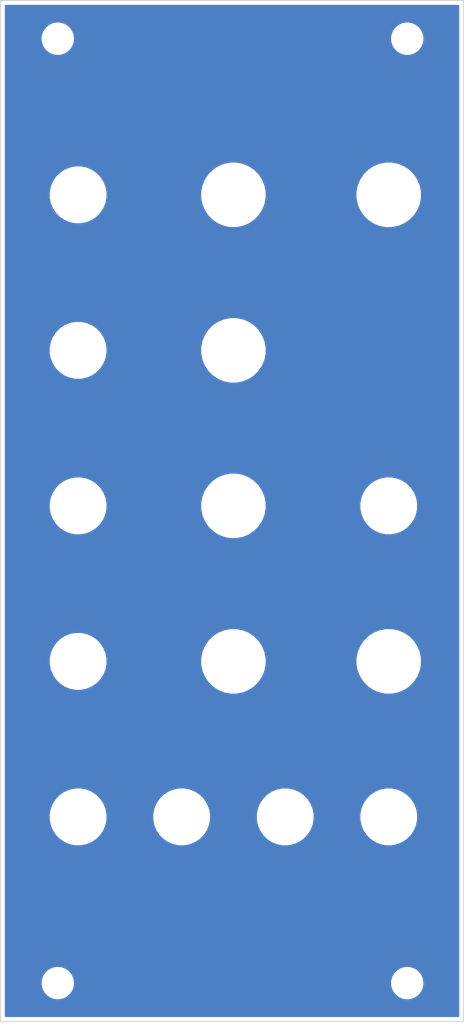
<source format=kicad_pcb>
(kicad_pcb (version 20171130) (host pcbnew 5.1.6-c6e7f7d~86~ubuntu20.04.1)

  (general
    (thickness 1.6)
    (drawings 18)
    (tracks 0)
    (zones 0)
    (modules 23)
    (nets 1)
  )

  (page A4)
  (title_block
    (title vco)
    (date 2020-05-23)
    (rev 01)
    (comment 1 "PCB for panel")
    (comment 2 "CEM3340 voltage controlled oszillator")
    (comment 4 "License CC BY 4.0 - Attribution 4.0 International")
  )

  (layers
    (0 F.Cu signal)
    (31 B.Cu signal)
    (32 B.Adhes user)
    (33 F.Adhes user)
    (34 B.Paste user)
    (35 F.Paste user)
    (36 B.SilkS user)
    (37 F.SilkS user)
    (38 B.Mask user)
    (39 F.Mask user)
    (40 Dwgs.User user)
    (41 Cmts.User user)
    (42 Eco1.User user)
    (43 Eco2.User user)
    (44 Edge.Cuts user)
    (45 Margin user)
    (46 B.CrtYd user)
    (47 F.CrtYd user)
    (48 B.Fab user)
    (49 F.Fab user)
  )

  (setup
    (last_trace_width 0.25)
    (trace_clearance 0.2)
    (zone_clearance 0.508)
    (zone_45_only no)
    (trace_min 0.2)
    (via_size 0.8)
    (via_drill 0.4)
    (via_min_size 0.4)
    (via_min_drill 0.3)
    (uvia_size 0.3)
    (uvia_drill 0.1)
    (uvias_allowed no)
    (uvia_min_size 0.2)
    (uvia_min_drill 0.1)
    (edge_width 0.05)
    (segment_width 0.2)
    (pcb_text_width 0.3)
    (pcb_text_size 1.5 1.5)
    (mod_edge_width 0.12)
    (mod_text_size 1 1)
    (mod_text_width 0.15)
    (pad_size 6.4 6.4)
    (pad_drill 6.4)
    (pad_to_mask_clearance 0.051)
    (solder_mask_min_width 0.25)
    (aux_axis_origin 0 0)
    (visible_elements 7FFFFFFF)
    (pcbplotparams
      (layerselection 0x010fc_ffffffff)
      (usegerberextensions false)
      (usegerberattributes false)
      (usegerberadvancedattributes false)
      (creategerberjobfile false)
      (excludeedgelayer false)
      (linewidth 0.150000)
      (plotframeref false)
      (viasonmask false)
      (mode 1)
      (useauxorigin false)
      (hpglpennumber 1)
      (hpglpenspeed 20)
      (hpglpendiameter 15.000000)
      (psnegative false)
      (psa4output false)
      (plotreference true)
      (plotvalue true)
      (plotinvisibletext false)
      (padsonsilk false)
      (subtractmaskfromsilk false)
      (outputformat 1)
      (mirror false)
      (drillshape 0)
      (scaleselection 1)
      (outputdirectory "./gerbers"))
  )

  (net 0 "")

  (net_class Default "This is the default net class."
    (clearance 0.2)
    (trace_width 0.25)
    (via_dia 0.8)
    (via_drill 0.4)
    (uvia_dia 0.3)
    (uvia_drill 0.1)
  )

  (module elektrophon:panel_jack (layer F.Cu) (tedit 5DA46DDA) (tstamp 5EBD0BCA)
    (at 35.56 50.8)
    (descr "Mounting Hole 8.4mm, no annular, M8")
    (tags "mounting hole 8.4mm no annular m8")
    (path /5DA3331D)
    (attr virtual)
    (fp_text reference H4 (at 0 -9.4) (layer F.SilkS) hide
      (effects (font (size 1 1) (thickness 0.15)))
    )
    (fp_text value 1V/OCT (at 0 9.144) (layer F.Mask) hide
      (effects (font (size 2 1.4) (thickness 0.25)))
    )
    (fp_circle (center 0 0) (end 4 0) (layer Cmts.User) (width 0.15))
    (fp_circle (center 0 0) (end 4.2 0) (layer F.CrtYd) (width 0.05))
    (fp_text user %R (at 0.3 0) (layer F.Fab) hide
      (effects (font (size 1 1) (thickness 0.15)))
    )
    (pad "" np_thru_hole circle (at 0 0) (size 6.4 6.4) (drill 6.4) (layers *.Cu *.Mask))
    (model "${KIPRJMOD}/../../../lib/kicad/models/PJ301M-12 Thonkiconn v0.2.stp"
      (offset (xyz 0 0.8 -10.5))
      (scale (xyz 1 1 1))
      (rotate (xyz 0 0 0))
    )
  )

  (module elektrophon:waveshape_square locked (layer F.Cu) (tedit 5D6AF935) (tstamp 5EC93BD6)
    (at 76.2 132.08)
    (descr "Imported from ../../lib/kicad/elektrophon.pretty/saw.svg")
    (tags svg2mod)
    (attr smd)
    (fp_text reference svg2mod (at 0 -4.58823) (layer F.SilkS) hide
      (effects (font (size 1.524 1.524) (thickness 0.3048)))
    )
    (fp_text value G*** (at 0 11.176) (layer F.SilkS) hide
      (effects (font (size 1.524 1.524) (thickness 0.3048)))
    )
    (fp_line (start -2.032 8.62667) (end -2.032 7.112) (layer F.Mask) (width 0.5))
    (fp_line (start -2.032 7.09577) (end -0.207183 7.09617) (layer F.Mask) (width 0.5))
    (fp_line (start 0 7.112) (end 0 9.652) (layer F.Mask) (width 0.5))
    (fp_line (start 0 9.652) (end 2.032 9.652) (layer F.Mask) (width 0.5))
    (fp_line (start 2.032 9.652) (end 2.032 8.128) (layer F.Mask) (width 0.5))
  )

  (module elektrophon:waveshape_saw locked (layer F.Cu) (tedit 5D6AF863) (tstamp 5EC93A30)
    (at 49.106666 132.08)
    (descr "Imported from ../../lib/kicad/elektrophon.pretty/fall.svg")
    (tags svg2mod)
    (attr smd)
    (fp_text reference svg2mod (at 0 -4.69341) (layer F.SilkS) hide
      (effects (font (size 1.524 1.524) (thickness 0.3048)))
    )
    (fp_text value G*** (at 0 11.684) (layer F.SilkS) hide
      (effects (font (size 1.524 1.524) (thickness 0.3048)))
    )
    (fp_line (start -1.016 9.652) (end -1.016 7.62) (layer F.Mask) (width 0.5))
    (fp_line (start -1.016 7.49859) (end 2.54 9.652) (layer F.Mask) (width 0.5))
  )

  (module elektrophon:waveshape_sine locked (layer F.Cu) (tedit 5D6AF917) (tstamp 5EC9375B)
    (at 62.653332 132.08)
    (descr "Imported from ../../lib/kicad/elektrophon.pretty/sine.svg")
    (tags svg2mod)
    (attr smd)
    (fp_text reference svg2mod (at 0 -4.119191) (layer F.SilkS) hide
      (effects (font (size 1.524 1.524) (thickness 0.3048)))
    )
    (fp_text value G*** (at 0 11.684) (layer F.SilkS) hide
      (effects (font (size 1.524 1.524) (thickness 0.3048)))
    )
    (fp_line (start -2.538214 8.671618) (end -2.362736 8.317877) (layer F.Mask) (width 0.5))
    (fp_line (start -2.362736 8.317877) (end -1.866564 7.727725) (layer F.Mask) (width 0.5))
    (fp_line (start -1.866564 7.727725) (end -1.512403 7.564809) (layer F.Mask) (width 0.5))
    (fp_line (start -1.512403 7.564809) (end -1.095093 7.607769) (layer F.Mask) (width 0.5))
    (fp_line (start -1.095093 7.607769) (end -0.620307 7.94493) (layer F.Mask) (width 0.5))
    (fp_line (start -0.620307 7.94493) (end -0.093719 8.664618) (layer F.Mask) (width 0.5))
    (fp_line (start -0.093719 8.664618) (end 0.440923 9.376595) (layer F.Mask) (width 0.5))
    (fp_line (start 0.440923 9.376595) (end 0.936943 9.693258) (layer F.Mask) (width 0.5))
    (fp_line (start 0.936943 9.693258) (end 1.384272 9.707191) (layer F.Mask) (width 0.5))
    (fp_line (start 1.384272 9.707191) (end 1.772845 9.510977) (layer F.Mask) (width 0.5))
    (fp_line (start 1.772845 9.510977) (end 2.333448 8.858449) (layer F.Mask) (width 0.5))
    (fp_line (start 2.333448 8.858449) (end 2.538214 8.476346) (layer F.Mask) (width 0.5))
  )

  (module elektrophon:waveshape_triangle locked (layer F.Cu) (tedit 5D6AF949) (tstamp 5EC93484)
    (at 35.56 133)
    (descr "Imported from ../../lib/kicad/elektrophon.pretty/triangle.svg")
    (tags svg2mod)
    (attr smd)
    (fp_text reference svg2mod (at 0 -4.43467) (layer F.SilkS) hide
      (effects (font (size 1.524 1.524) (thickness 0.3048)))
    )
    (fp_text value G*** (at 0 11.176) (layer F.SilkS) hide
      (effects (font (size 1.524 1.524) (thickness 0.3048)))
    )
    (fp_line (start -2.032 8.636) (end -0.508 6.604) (layer F.Mask) (width 0.5))
    (fp_line (start -0.508 6.604) (end 1.524 9.51467) (layer F.Mask) (width 0.5))
    (fp_line (start 1.524 9.51467) (end 2.54 7.82361) (layer F.Mask) (width 0.5))
  )

  (module elektrophon:panel_potentiometer (layer F.Cu) (tedit 5DA46CEF) (tstamp 5DD36E24)
    (at 55.88 91.44)
    (descr "Mounting Hole 8.4mm, no annular, M8")
    (tags "mounting hole 8.4mm no annular m8")
    (path /5DD362E9)
    (attr virtual)
    (fp_text reference H13 (at 0 -9.4) (layer F.SilkS) hide
      (effects (font (size 1 1) (thickness 0.15)))
    )
    (fp_text value ATTEN (at 0 9.144) (layer F.Mask) hide
      (effects (font (size 2 1.4) (thickness 0.25)))
    )
    (fp_circle (center 0 0) (end 6.35 0) (layer Cmts.User) (width 0.15))
    (fp_circle (center 0 0) (end 6.6 0) (layer F.CrtYd) (width 0.05))
    (fp_text user %R (at 0.3 0) (layer F.Fab) hide
      (effects (font (size 1 1) (thickness 0.15)))
    )
    (pad "" np_thru_hole circle (at 0 0) (size 7.4 7.4) (drill 7.4) (layers *.Cu *.Mask))
    (model "${KIPRJMOD}/../../../lib/kicad/models/chroma cap.step"
      (offset (xyz 0 0 8))
      (scale (xyz 1 1 1))
      (rotate (xyz -90 0 0))
    )
  )

  (module elektrophon:panel_potentiometer (layer F.Cu) (tedit 5DA46CEF) (tstamp 5EBD0C09)
    (at 55.88 111.76)
    (descr "Mounting Hole 8.4mm, no annular, M8")
    (tags "mounting hole 8.4mm no annular m8")
    (path /5D6B1F10)
    (attr virtual)
    (fp_text reference H12 (at 0 -9.4) (layer F.SilkS) hide
      (effects (font (size 1 1) (thickness 0.15)))
    )
    (fp_text value ATTEN (at 0 9.144) (layer F.Mask) hide
      (effects (font (size 2 1.4) (thickness 0.25)))
    )
    (fp_circle (center 0 0) (end 6.35 0) (layer Cmts.User) (width 0.15))
    (fp_circle (center 0 0) (end 6.6 0) (layer F.CrtYd) (width 0.05))
    (fp_text user %R (at 0.3 0) (layer F.Fab) hide
      (effects (font (size 1 1) (thickness 0.15)))
    )
    (pad "" np_thru_hole circle (at 0 0) (size 7.4 7.4) (drill 7.4) (layers *.Cu *.Mask))
    (model "${KIPRJMOD}/../../../lib/kicad/models/chroma cap.step"
      (offset (xyz 0 0 8))
      (scale (xyz 1 1 1))
      (rotate (xyz -90 0 0))
    )
  )

  (module elektrophon:panel_potentiometer (layer F.Cu) (tedit 5DA46CEF) (tstamp 5EBD0C01)
    (at 55.88 50.8)
    (descr "Mounting Hole 8.4mm, no annular, M8")
    (tags "mounting hole 8.4mm no annular m8")
    (path /5D6B4FBA)
    (attr virtual)
    (fp_text reference H11 (at 0 -9.4) (layer F.SilkS) hide
      (effects (font (size 1 1) (thickness 0.15)))
    )
    (fp_text value COARSE (at 0 9.144) (layer F.Mask) hide
      (effects (font (size 2 1.4) (thickness 0.25)))
    )
    (fp_circle (center 0 0) (end 6.35 0) (layer Cmts.User) (width 0.15))
    (fp_circle (center 0 0) (end 6.6 0) (layer F.CrtYd) (width 0.05))
    (fp_text user %R (at 0.3 0) (layer F.Fab) hide
      (effects (font (size 1 1) (thickness 0.15)))
    )
    (pad "" np_thru_hole circle (at 0 0) (size 7.4 7.4) (drill 7.4) (layers *.Cu *.Mask))
    (model "${KIPRJMOD}/../../../lib/kicad/models/chroma cap.step"
      (offset (xyz 0 0 8))
      (scale (xyz 1 1 1))
      (rotate (xyz -90 0 0))
    )
  )

  (module elektrophon:panel_potentiometer (layer F.Cu) (tedit 5DA46CEF) (tstamp 5DA326EC)
    (at 55.88 71.12)
    (descr "Mounting Hole 8.4mm, no annular, M8")
    (tags "mounting hole 8.4mm no annular m8")
    (path /5D6B1F16)
    (attr virtual)
    (fp_text reference H10 (at 0 -9.4) (layer F.SilkS) hide
      (effects (font (size 1 1) (thickness 0.15)))
    )
    (fp_text value ATTEN (at 0 9.144) (layer F.Mask) hide
      (effects (font (size 2 1.4) (thickness 0.25)))
    )
    (fp_circle (center 0 0) (end 6.35 0) (layer Cmts.User) (width 0.15))
    (fp_circle (center 0 0) (end 6.6 0) (layer F.CrtYd) (width 0.05))
    (fp_text user %R (at 0.3 0) (layer F.Fab) hide
      (effects (font (size 1 1) (thickness 0.15)))
    )
    (pad "" np_thru_hole circle (at 0 0) (size 7.4 7.4) (drill 7.4) (layers *.Cu *.Mask))
    (model "${KIPRJMOD}/../../../lib/kicad/models/chroma cap.step"
      (offset (xyz 0 0 8))
      (scale (xyz 1 1 1))
      (rotate (xyz -90 0 0))
    )
  )

  (module elektrophon:panel_potentiometer (layer F.Cu) (tedit 5DA46CEF) (tstamp 5EBD0C20)
    (at 76.2 111.76)
    (descr "Mounting Hole 8.4mm, no annular, M8")
    (tags "mounting hole 8.4mm no annular m8")
    (path /5D6B1F1C)
    (attr virtual)
    (fp_text reference H15 (at 0 -9.4) (layer F.SilkS) hide
      (effects (font (size 1 1) (thickness 0.15)))
    )
    (fp_text value INITIAL (at 0 9.144) (layer F.Mask) hide
      (effects (font (size 2 1.4) (thickness 0.25)))
    )
    (fp_circle (center 0 0) (end 6.35 0) (layer Cmts.User) (width 0.15))
    (fp_circle (center 0 0) (end 6.6 0) (layer F.CrtYd) (width 0.05))
    (fp_text user %R (at 0.3 0) (layer F.Fab) hide
      (effects (font (size 1 1) (thickness 0.15)))
    )
    (pad "" np_thru_hole circle (at 0 0) (size 7.4 7.4) (drill 7.4) (layers *.Cu *.Mask))
    (model "${KIPRJMOD}/../../../lib/kicad/models/chroma cap.step"
      (offset (xyz 0 0 8))
      (scale (xyz 1 1 1))
      (rotate (xyz -90 0 0))
    )
  )

  (module elektrophon:panel_potentiometer (layer F.Cu) (tedit 5DA46CEF) (tstamp 5EBD0C18)
    (at 76.2 50.8)
    (descr "Mounting Hole 8.4mm, no annular, M8")
    (tags "mounting hole 8.4mm no annular m8")
    (path /5D6B18DA)
    (attr virtual)
    (fp_text reference H14 (at 0 -9.4) (layer F.SilkS) hide
      (effects (font (size 1 1) (thickness 0.15)))
    )
    (fp_text value FINE (at 0 9.144) (layer F.Mask) hide
      (effects (font (size 2 1.4) (thickness 0.25)))
    )
    (fp_circle (center 0 0) (end 6.35 0) (layer Cmts.User) (width 0.15))
    (fp_circle (center 0 0) (end 6.6 0) (layer F.CrtYd) (width 0.05))
    (fp_text user %R (at 0.3 0) (layer F.Fab) hide
      (effects (font (size 1 1) (thickness 0.15)))
    )
    (pad "" np_thru_hole circle (at 0 0) (size 7.4 7.4) (drill 7.4) (layers *.Cu *.Mask))
    (model "${KIPRJMOD}/../../../lib/kicad/models/chroma cap.step"
      (offset (xyz 0 0 8))
      (scale (xyz 1 1 1))
      (rotate (xyz -90 0 0))
    )
  )

  (module elektrophon:panel_jack (layer F.Cu) (tedit 5DA46DDA) (tstamp 5EBD0BF2)
    (at 76.2 132.08)
    (descr "Mounting Hole 8.4mm, no annular, M8")
    (tags "mounting hole 8.4mm no annular m8")
    (path /5EBD4436)
    (attr virtual)
    (fp_text reference H9 (at 0 -9.4) (layer F.SilkS) hide
      (effects (font (size 1 1) (thickness 0.15)))
    )
    (fp_text value PULSE (at 0 9.144) (layer F.Mask) hide
      (effects (font (size 2 1.4) (thickness 0.25)))
    )
    (fp_circle (center 0 0) (end 4 0) (layer Cmts.User) (width 0.15))
    (fp_circle (center 0 0) (end 4.2 0) (layer F.CrtYd) (width 0.05))
    (fp_text user %R (at 0.3 0) (layer F.Fab) hide
      (effects (font (size 1 1) (thickness 0.15)))
    )
    (pad "" np_thru_hole circle (at 0 0) (size 6.4 6.4) (drill 6.4) (layers *.Cu *.Mask))
    (model "${KIPRJMOD}/../../../lib/kicad/models/PJ301M-12 Thonkiconn v0.2.stp"
      (offset (xyz 0 0.8 -10.5))
      (scale (xyz 1 1 1))
      (rotate (xyz 0 0 0))
    )
  )

  (module elektrophon:panel_jack (layer F.Cu) (tedit 5DA46DDA) (tstamp 5EBD0BEA)
    (at 62.653332 132.08)
    (descr "Mounting Hole 8.4mm, no annular, M8")
    (tags "mounting hole 8.4mm no annular m8")
    (path /5EBD42F6)
    (attr virtual)
    (fp_text reference H8 (at 0 -9.4) (layer F.SilkS) hide
      (effects (font (size 1 1) (thickness 0.15)))
    )
    (fp_text value SINE (at 0 9.144) (layer F.Mask) hide
      (effects (font (size 2 1.4) (thickness 0.25)))
    )
    (fp_circle (center 0 0) (end 4 0) (layer Cmts.User) (width 0.15))
    (fp_circle (center 0 0) (end 4.2 0) (layer F.CrtYd) (width 0.05))
    (fp_text user %R (at 0.3 0) (layer F.Fab) hide
      (effects (font (size 1 1) (thickness 0.15)))
    )
    (pad "" np_thru_hole circle (at 0 0) (size 6.4 6.4) (drill 6.4) (layers *.Cu *.Mask))
    (model "${KIPRJMOD}/../../../lib/kicad/models/PJ301M-12 Thonkiconn v0.2.stp"
      (offset (xyz 0 0.8 -10.5))
      (scale (xyz 1 1 1))
      (rotate (xyz 0 0 0))
    )
  )

  (module elektrophon:panel_jack (layer F.Cu) (tedit 5DA46DDA) (tstamp 5EBD0BE2)
    (at 49.106666 132.08)
    (descr "Mounting Hole 8.4mm, no annular, M8")
    (tags "mounting hole 8.4mm no annular m8")
    (path /5EBD41FF)
    (attr virtual)
    (fp_text reference H7 (at 0 -9.4) (layer F.SilkS) hide
      (effects (font (size 1 1) (thickness 0.15)))
    )
    (fp_text value SAW (at 0 9.144) (layer F.Mask) hide
      (effects (font (size 2 1.4) (thickness 0.25)))
    )
    (fp_circle (center 0 0) (end 4 0) (layer Cmts.User) (width 0.15))
    (fp_circle (center 0 0) (end 4.2 0) (layer F.CrtYd) (width 0.05))
    (fp_text user %R (at 0.3 0) (layer F.Fab) hide
      (effects (font (size 1 1) (thickness 0.15)))
    )
    (pad "" np_thru_hole circle (at 0 0) (size 6.4 6.4) (drill 6.4) (layers *.Cu *.Mask))
    (model "${KIPRJMOD}/../../../lib/kicad/models/PJ301M-12 Thonkiconn v0.2.stp"
      (offset (xyz 0 0.8 -10.5))
      (scale (xyz 1 1 1))
      (rotate (xyz 0 0 0))
    )
  )

  (module elektrophon:panel_jack (layer F.Cu) (tedit 5DA46DDA) (tstamp 5EBD0BDA)
    (at 76.2 91.44)
    (descr "Mounting Hole 8.4mm, no annular, M8")
    (tags "mounting hole 8.4mm no annular m8")
    (path /5DD35930)
    (attr virtual)
    (fp_text reference H6 (at 0 -9.4) (layer F.SilkS) hide
      (effects (font (size 1 1) (thickness 0.15)))
    )
    (fp_text value SYNC (at 0 9.144) (layer F.Mask) hide
      (effects (font (size 2 1.4) (thickness 0.25)))
    )
    (fp_circle (center 0 0) (end 4 0) (layer Cmts.User) (width 0.15))
    (fp_circle (center 0 0) (end 4.2 0) (layer F.CrtYd) (width 0.05))
    (fp_text user %R (at 0.3 0) (layer F.Fab) hide
      (effects (font (size 1 1) (thickness 0.15)))
    )
    (pad "" np_thru_hole circle (at 0 0) (size 6.4 6.4) (drill 6.4) (layers *.Cu *.Mask))
    (model "${KIPRJMOD}/../../../lib/kicad/models/PJ301M-12 Thonkiconn v0.2.stp"
      (offset (xyz 0 0.8 -10.5))
      (scale (xyz 1 1 1))
      (rotate (xyz 0 0 0))
    )
  )

  (module elektrophon:panel_jack (layer F.Cu) (tedit 5DA46DDA) (tstamp 5EBD0BD2)
    (at 35.56 111.76)
    (descr "Mounting Hole 8.4mm, no annular, M8")
    (tags "mounting hole 8.4mm no annular m8")
    (path /5D6B18CE)
    (attr virtual)
    (fp_text reference H5 (at 0 -9.4) (layer F.SilkS) hide
      (effects (font (size 1 1) (thickness 0.15)))
    )
    (fp_text value PWM (at 0 9.144) (layer F.Mask) hide
      (effects (font (size 2 1.4) (thickness 0.25)))
    )
    (fp_circle (center 0 0) (end 4 0) (layer Cmts.User) (width 0.15))
    (fp_circle (center 0 0) (end 4.2 0) (layer F.CrtYd) (width 0.05))
    (fp_text user %R (at 0.3 0) (layer F.Fab) hide
      (effects (font (size 1 1) (thickness 0.15)))
    )
    (pad "" np_thru_hole circle (at 0 0) (size 6.4 6.4) (drill 6.4) (layers *.Cu *.Mask))
    (model "${KIPRJMOD}/../../../lib/kicad/models/PJ301M-12 Thonkiconn v0.2.stp"
      (offset (xyz 0 0.8 -10.5))
      (scale (xyz 1 1 1))
      (rotate (xyz 0 0 0))
    )
  )

  (module elektrophon:panel_jack (layer F.Cu) (tedit 5DA46DDA) (tstamp 5EBD0BC5)
    (at 35.56 91.44)
    (descr "Mounting Hole 8.4mm, no annular, M8")
    (tags "mounting hole 8.4mm no annular m8")
    (path /5DE3D3E9)
    (attr virtual)
    (fp_text reference H3 (at 0 -9.4) (layer F.SilkS) hide
      (effects (font (size 1 1) (thickness 0.15)))
    )
    (fp_text value LIN_FM (at 0 9.144) (layer F.Mask) hide
      (effects (font (size 2 1.4) (thickness 0.25)))
    )
    (fp_circle (center 0 0) (end 4 0) (layer Cmts.User) (width 0.15))
    (fp_circle (center 0 0) (end 4.2 0) (layer F.CrtYd) (width 0.05))
    (fp_text user %R (at 0.3 0) (layer F.Fab) hide
      (effects (font (size 1 1) (thickness 0.15)))
    )
    (pad "" np_thru_hole circle (at 0 0) (size 6.4 6.4) (drill 6.4) (layers *.Cu *.Mask))
    (model "${KIPRJMOD}/../../../lib/kicad/models/PJ301M-12 Thonkiconn v0.2.stp"
      (offset (xyz 0 0.8 -10.5))
      (scale (xyz 1 1 1))
      (rotate (xyz 0 0 0))
    )
  )

  (module elektrophon:panel_jack (layer F.Cu) (tedit 5DA46DDA) (tstamp 5EBD0BB6)
    (at 35.56 132.08)
    (descr "Mounting Hole 8.4mm, no annular, M8")
    (tags "mounting hole 8.4mm no annular m8")
    (path /5EBD4082)
    (attr virtual)
    (fp_text reference H1 (at 0 -9.4) (layer F.SilkS) hide
      (effects (font (size 1 1) (thickness 0.15)))
    )
    (fp_text value TRIANGLE (at 0 9.144) (layer F.Mask) hide
      (effects (font (size 2 1.4) (thickness 0.25)))
    )
    (fp_circle (center 0 0) (end 4 0) (layer Cmts.User) (width 0.15))
    (fp_circle (center 0 0) (end 4.2 0) (layer F.CrtYd) (width 0.05))
    (fp_text user %R (at 0.3 0) (layer F.Fab) hide
      (effects (font (size 1 1) (thickness 0.15)))
    )
    (pad "" np_thru_hole circle (at 0 0) (size 6.4 6.4) (drill 6.4) (layers *.Cu *.Mask))
    (model "${KIPRJMOD}/../../../lib/kicad/models/PJ301M-12 Thonkiconn v0.2.stp"
      (offset (xyz 0 0.8 -10.5))
      (scale (xyz 1 1 1))
      (rotate (xyz 0 0 0))
    )
  )

  (module elektrophon:panel_jack (layer F.Cu) (tedit 5DA46DDA) (tstamp 5DA32690)
    (at 35.56 71.12)
    (descr "Mounting Hole 8.4mm, no annular, M8")
    (tags "mounting hole 8.4mm no annular m8")
    (path /5D6AF58E)
    (attr virtual)
    (fp_text reference H2 (at 0 -9.4) (layer F.SilkS) hide
      (effects (font (size 1 1) (thickness 0.15)))
    )
    (fp_text value EXP_FM (at 0 9.144) (layer F.Mask) hide
      (effects (font (size 2 1.4) (thickness 0.25)))
    )
    (fp_circle (center 0 0) (end 4 0) (layer Cmts.User) (width 0.15))
    (fp_circle (center 0 0) (end 4.2 0) (layer F.CrtYd) (width 0.05))
    (fp_text user %R (at 0.3 0) (layer F.Fab) hide
      (effects (font (size 1 1) (thickness 0.15)))
    )
    (pad "" np_thru_hole circle (at 0 0) (size 6.4 6.4) (drill 6.4) (layers *.Cu *.Mask))
    (model "${KIPRJMOD}/../../../lib/kicad/models/PJ301M-12 Thonkiconn v0.2.stp"
      (offset (xyz 0 0.8 -10.5))
      (scale (xyz 1 1 1))
      (rotate (xyz 0 0 0))
    )
  )

  (module MountingHole:MountingHole_3.2mm_M3 locked (layer F.Cu) (tedit 56D1B4CB) (tstamp 5D6C7189)
    (at 78.62 153.8)
    (descr "Mounting Hole 3.2mm, no annular, M3")
    (tags "mounting hole 3.2mm no annular m3")
    (path /5D6C254B)
    (attr virtual)
    (fp_text reference H20 (at 0 -4.2) (layer F.SilkS) hide
      (effects (font (size 1 1) (thickness 0.15)))
    )
    (fp_text value MountingHole (at 0 4.2) (layer F.Fab) hide
      (effects (font (size 1 1) (thickness 0.15)))
    )
    (fp_circle (center 0 0) (end 3.2 0) (layer Cmts.User) (width 0.15))
    (fp_circle (center 0 0) (end 3.45 0) (layer F.CrtYd) (width 0.05))
    (fp_text user %R (at 0.3 0) (layer F.Fab) hide
      (effects (font (size 1 1) (thickness 0.15)))
    )
    (pad 1 np_thru_hole circle (at 0 0) (size 3.2 3.2) (drill 3.2) (layers *.Cu *.Mask))
  )

  (module MountingHole:MountingHole_3.2mm_M3 locked (layer F.Cu) (tedit 56D1B4CB) (tstamp 5D6C7181)
    (at 78.62 30.4)
    (descr "Mounting Hole 3.2mm, no annular, M3")
    (tags "mounting hole 3.2mm no annular m3")
    (path /5D6C22FB)
    (attr virtual)
    (fp_text reference H19 (at 0 -4.2) (layer F.SilkS) hide
      (effects (font (size 1 1) (thickness 0.15)))
    )
    (fp_text value MountingHole (at 0 4.2) (layer F.Fab) hide
      (effects (font (size 1 1) (thickness 0.15)))
    )
    (fp_circle (center 0 0) (end 3.2 0) (layer Cmts.User) (width 0.15))
    (fp_circle (center 0 0) (end 3.45 0) (layer F.CrtYd) (width 0.05))
    (fp_text user %R (at 0.3 0) (layer F.Fab) hide
      (effects (font (size 1 1) (thickness 0.15)))
    )
    (pad 1 np_thru_hole circle (at 0 0) (size 3.2 3.2) (drill 3.2) (layers *.Cu *.Mask))
  )

  (module MountingHole:MountingHole_3.2mm_M3 locked (layer F.Cu) (tedit 56D1B4CB) (tstamp 5D6C7179)
    (at 32.9 153.8)
    (descr "Mounting Hole 3.2mm, no annular, M3")
    (tags "mounting hole 3.2mm no annular m3")
    (path /5D6C2167)
    (attr virtual)
    (fp_text reference H18 (at 0 -4.2) (layer F.SilkS) hide
      (effects (font (size 1 1) (thickness 0.15)))
    )
    (fp_text value MountingHole (at 0 4.2) (layer F.Fab) hide
      (effects (font (size 1 1) (thickness 0.15)))
    )
    (fp_circle (center 0 0) (end 3.2 0) (layer Cmts.User) (width 0.15))
    (fp_circle (center 0 0) (end 3.45 0) (layer F.CrtYd) (width 0.05))
    (fp_text user %R (at 0.3 0) (layer F.Fab) hide
      (effects (font (size 1 1) (thickness 0.15)))
    )
    (pad 1 np_thru_hole circle (at 0 0) (size 3.2 3.2) (drill 3.2) (layers *.Cu *.Mask))
  )

  (module MountingHole:MountingHole_3.2mm_M3 locked (layer F.Cu) (tedit 56D1B4CB) (tstamp 5D6C7171)
    (at 32.9 30.4)
    (descr "Mounting Hole 3.2mm, no annular, M3")
    (tags "mounting hole 3.2mm no annular m3")
    (path /5D6C1F77)
    (attr virtual)
    (fp_text reference H17 (at 0 -4.2) (layer F.SilkS) hide
      (effects (font (size 1 1) (thickness 0.15)))
    )
    (fp_text value MountingHole (at 0 4.2) (layer F.Fab) hide
      (effects (font (size 1 1) (thickness 0.15)))
    )
    (fp_circle (center 0 0) (end 3.2 0) (layer Cmts.User) (width 0.15))
    (fp_circle (center 0 0) (end 3.45 0) (layer F.CrtYd) (width 0.05))
    (fp_text user %R (at 0.3 0) (layer F.Fab) hide
      (effects (font (size 1 1) (thickness 0.15)))
    )
    (pad 1 np_thru_hole circle (at 0 0) (size 3.2 3.2) (drill 3.2) (layers *.Cu *.Mask))
  )

  (gr_text initial (at 76.2 120.65) (layer F.Mask) (tstamp 5ECA658B)
    (effects (font (size 2 1.4) (thickness 0.25)))
  )
  (gr_text pwm (at 35.56 120.65) (layer F.Mask) (tstamp 5ECA658B)
    (effects (font (size 2 1.4) (thickness 0.25)))
  )
  (gr_text sync (at 76.2 100.33) (layer F.Mask) (tstamp 5ECA658B)
    (effects (font (size 2 1.4) (thickness 0.25)))
  )
  (gr_text "lin fm" (at 35.56 100.33) (layer F.Mask) (tstamp 5ECA658B)
    (effects (font (size 2 1.4) (thickness 0.25)))
  )
  (gr_text "exp fm" (at 35.56 80.01) (layer F.Mask) (tstamp 5ECA658B)
    (effects (font (size 2 1.4) (thickness 0.25)))
  )
  (gr_text fine (at 76.2 59.69) (layer F.Mask) (tstamp 5ECA658B)
    (effects (font (size 2 1.4) (thickness 0.25)))
  )
  (gr_text coarse (at 55.88 59.69) (layer F.Mask) (tstamp 5ECA6566)
    (effects (font (size 2 1.4) (thickness 0.25)))
  )
  (gr_text 1v/oct (at 35.56 59.69) (layer F.Mask)
    (effects (font (size 2 1.4) (thickness 0.25)))
  )
  (gr_line (start 35.56 111.76) (end 76.2 111.76) (layer F.Mask) (width 0.25))
  (gr_line (start 55.88 91.44) (end 35.56 91.44) (layer F.Mask) (width 0.25))
  (gr_line (start 35.56 71.12) (end 55.88 71.12) (layer F.Mask) (width 0.25))
  (gr_line (start 35.56 50.8) (end 76.2 50.8) (layer F.Mask) (width 0.25))
  (gr_text R01 (at 69.85 153.67) (layer F.Cu)
    (effects (font (size 2 1.4) (thickness 0.25)))
  )
  (gr_text "vco\n" (at 55.88 30.48) (layer F.Mask)
    (effects (font (size 3 3) (thickness 0.35)))
  )
  (gr_line (start 86 158.8) (end 25.4 158.8) (layer Edge.Cuts) (width 0.12))
  (gr_line (start 86 25.4) (end 86 158.8) (layer Edge.Cuts) (width 0.12))
  (gr_line (start 25.4 25.4) (end 25.4 158.8) (layer Edge.Cuts) (width 0.12))
  (gr_line (start 25.4 25.4) (end 86 25.4) (layer Edge.Cuts) (width 0.12))

  (zone (net 0) (net_name "") (layer B.Cu) (tstamp 5D6DC77A) (hatch edge 0.508)
    (connect_pads (clearance 0.508))
    (min_thickness 0.254)
    (fill yes (arc_segments 32) (thermal_gap 0.508) (thermal_bridge_width 0.508))
    (polygon
      (pts
        (xy 25.43 25.4) (xy 85.882 25.751) (xy 85.822 159.161) (xy 25.4 158.75)
      )
    )
    (filled_polygon
      (pts
        (xy 85.305001 158.105) (xy 26.095 158.105) (xy 26.095 153.579872) (xy 30.665 153.579872) (xy 30.665 154.020128)
        (xy 30.75089 154.451925) (xy 30.919369 154.858669) (xy 31.163962 155.224729) (xy 31.475271 155.536038) (xy 31.841331 155.780631)
        (xy 32.248075 155.94911) (xy 32.679872 156.035) (xy 33.120128 156.035) (xy 33.551925 155.94911) (xy 33.958669 155.780631)
        (xy 34.324729 155.536038) (xy 34.636038 155.224729) (xy 34.880631 154.858669) (xy 35.04911 154.451925) (xy 35.135 154.020128)
        (xy 35.135 153.579872) (xy 76.385 153.579872) (xy 76.385 154.020128) (xy 76.47089 154.451925) (xy 76.639369 154.858669)
        (xy 76.883962 155.224729) (xy 77.195271 155.536038) (xy 77.561331 155.780631) (xy 77.968075 155.94911) (xy 78.399872 156.035)
        (xy 78.840128 156.035) (xy 79.271925 155.94911) (xy 79.678669 155.780631) (xy 80.044729 155.536038) (xy 80.356038 155.224729)
        (xy 80.600631 154.858669) (xy 80.76911 154.451925) (xy 80.855 154.020128) (xy 80.855 153.579872) (xy 80.76911 153.148075)
        (xy 80.600631 152.741331) (xy 80.356038 152.375271) (xy 80.044729 152.063962) (xy 79.678669 151.819369) (xy 79.271925 151.65089)
        (xy 78.840128 151.565) (xy 78.399872 151.565) (xy 77.968075 151.65089) (xy 77.561331 151.819369) (xy 77.195271 152.063962)
        (xy 76.883962 152.375271) (xy 76.639369 152.741331) (xy 76.47089 153.148075) (xy 76.385 153.579872) (xy 35.135 153.579872)
        (xy 35.04911 153.148075) (xy 34.880631 152.741331) (xy 34.636038 152.375271) (xy 34.324729 152.063962) (xy 33.958669 151.819369)
        (xy 33.551925 151.65089) (xy 33.120128 151.565) (xy 32.679872 151.565) (xy 32.248075 151.65089) (xy 31.841331 151.819369)
        (xy 31.475271 152.063962) (xy 31.163962 152.375271) (xy 30.919369 152.741331) (xy 30.75089 153.148075) (xy 30.665 153.579872)
        (xy 26.095 153.579872) (xy 26.095 131.702285) (xy 31.725 131.702285) (xy 31.725 132.457715) (xy 31.872377 133.198628)
        (xy 32.161467 133.896554) (xy 32.581161 134.52467) (xy 33.11533 135.058839) (xy 33.743446 135.478533) (xy 34.441372 135.767623)
        (xy 35.182285 135.915) (xy 35.937715 135.915) (xy 36.678628 135.767623) (xy 37.376554 135.478533) (xy 38.00467 135.058839)
        (xy 38.538839 134.52467) (xy 38.958533 133.896554) (xy 39.247623 133.198628) (xy 39.395 132.457715) (xy 39.395 131.702285)
        (xy 45.271666 131.702285) (xy 45.271666 132.457715) (xy 45.419043 133.198628) (xy 45.708133 133.896554) (xy 46.127827 134.52467)
        (xy 46.661996 135.058839) (xy 47.290112 135.478533) (xy 47.988038 135.767623) (xy 48.728951 135.915) (xy 49.484381 135.915)
        (xy 50.225294 135.767623) (xy 50.92322 135.478533) (xy 51.551336 135.058839) (xy 52.085505 134.52467) (xy 52.505199 133.896554)
        (xy 52.794289 133.198628) (xy 52.941666 132.457715) (xy 52.941666 131.702285) (xy 58.818332 131.702285) (xy 58.818332 132.457715)
        (xy 58.965709 133.198628) (xy 59.254799 133.896554) (xy 59.674493 134.52467) (xy 60.208662 135.058839) (xy 60.836778 135.478533)
        (xy 61.534704 135.767623) (xy 62.275617 135.915) (xy 63.031047 135.915) (xy 63.77196 135.767623) (xy 64.469886 135.478533)
        (xy 65.098002 135.058839) (xy 65.632171 134.52467) (xy 66.051865 133.896554) (xy 66.340955 133.198628) (xy 66.488332 132.457715)
        (xy 66.488332 131.702285) (xy 72.365 131.702285) (xy 72.365 132.457715) (xy 72.512377 133.198628) (xy 72.801467 133.896554)
        (xy 73.221161 134.52467) (xy 73.75533 135.058839) (xy 74.383446 135.478533) (xy 75.081372 135.767623) (xy 75.822285 135.915)
        (xy 76.577715 135.915) (xy 77.318628 135.767623) (xy 78.016554 135.478533) (xy 78.64467 135.058839) (xy 79.178839 134.52467)
        (xy 79.598533 133.896554) (xy 79.887623 133.198628) (xy 80.035 132.457715) (xy 80.035 131.702285) (xy 79.887623 130.961372)
        (xy 79.598533 130.263446) (xy 79.178839 129.63533) (xy 78.64467 129.101161) (xy 78.016554 128.681467) (xy 77.318628 128.392377)
        (xy 76.577715 128.245) (xy 75.822285 128.245) (xy 75.081372 128.392377) (xy 74.383446 128.681467) (xy 73.75533 129.101161)
        (xy 73.221161 129.63533) (xy 72.801467 130.263446) (xy 72.512377 130.961372) (xy 72.365 131.702285) (xy 66.488332 131.702285)
        (xy 66.340955 130.961372) (xy 66.051865 130.263446) (xy 65.632171 129.63533) (xy 65.098002 129.101161) (xy 64.469886 128.681467)
        (xy 63.77196 128.392377) (xy 63.031047 128.245) (xy 62.275617 128.245) (xy 61.534704 128.392377) (xy 60.836778 128.681467)
        (xy 60.208662 129.101161) (xy 59.674493 129.63533) (xy 59.254799 130.263446) (xy 58.965709 130.961372) (xy 58.818332 131.702285)
        (xy 52.941666 131.702285) (xy 52.794289 130.961372) (xy 52.505199 130.263446) (xy 52.085505 129.63533) (xy 51.551336 129.101161)
        (xy 50.92322 128.681467) (xy 50.225294 128.392377) (xy 49.484381 128.245) (xy 48.728951 128.245) (xy 47.988038 128.392377)
        (xy 47.290112 128.681467) (xy 46.661996 129.101161) (xy 46.127827 129.63533) (xy 45.708133 130.263446) (xy 45.419043 130.961372)
        (xy 45.271666 131.702285) (xy 39.395 131.702285) (xy 39.247623 130.961372) (xy 38.958533 130.263446) (xy 38.538839 129.63533)
        (xy 38.00467 129.101161) (xy 37.376554 128.681467) (xy 36.678628 128.392377) (xy 35.937715 128.245) (xy 35.182285 128.245)
        (xy 34.441372 128.392377) (xy 33.743446 128.681467) (xy 33.11533 129.101161) (xy 32.581161 129.63533) (xy 32.161467 130.263446)
        (xy 31.872377 130.961372) (xy 31.725 131.702285) (xy 26.095 131.702285) (xy 26.095 111.382285) (xy 31.725 111.382285)
        (xy 31.725 112.137715) (xy 31.872377 112.878628) (xy 32.161467 113.576554) (xy 32.581161 114.20467) (xy 33.11533 114.738839)
        (xy 33.743446 115.158533) (xy 34.441372 115.447623) (xy 35.182285 115.595) (xy 35.937715 115.595) (xy 36.678628 115.447623)
        (xy 37.376554 115.158533) (xy 38.00467 114.738839) (xy 38.538839 114.20467) (xy 38.958533 113.576554) (xy 39.247623 112.878628)
        (xy 39.395 112.137715) (xy 39.395 111.382285) (xy 39.385205 111.33304) (xy 51.545 111.33304) (xy 51.545 112.18696)
        (xy 51.711592 113.024473) (xy 52.038373 113.813392) (xy 52.512786 114.523401) (xy 53.116599 115.127214) (xy 53.826608 115.601627)
        (xy 54.615527 115.928408) (xy 55.45304 116.095) (xy 56.30696 116.095) (xy 57.144473 115.928408) (xy 57.933392 115.601627)
        (xy 58.643401 115.127214) (xy 59.247214 114.523401) (xy 59.721627 113.813392) (xy 60.048408 113.024473) (xy 60.215 112.18696)
        (xy 60.215 111.33304) (xy 71.865 111.33304) (xy 71.865 112.18696) (xy 72.031592 113.024473) (xy 72.358373 113.813392)
        (xy 72.832786 114.523401) (xy 73.436599 115.127214) (xy 74.146608 115.601627) (xy 74.935527 115.928408) (xy 75.77304 116.095)
        (xy 76.62696 116.095) (xy 77.464473 115.928408) (xy 78.253392 115.601627) (xy 78.963401 115.127214) (xy 79.567214 114.523401)
        (xy 80.041627 113.813392) (xy 80.368408 113.024473) (xy 80.535 112.18696) (xy 80.535 111.33304) (xy 80.368408 110.495527)
        (xy 80.041627 109.706608) (xy 79.567214 108.996599) (xy 78.963401 108.392786) (xy 78.253392 107.918373) (xy 77.464473 107.591592)
        (xy 76.62696 107.425) (xy 75.77304 107.425) (xy 74.935527 107.591592) (xy 74.146608 107.918373) (xy 73.436599 108.392786)
        (xy 72.832786 108.996599) (xy 72.358373 109.706608) (xy 72.031592 110.495527) (xy 71.865 111.33304) (xy 60.215 111.33304)
        (xy 60.048408 110.495527) (xy 59.721627 109.706608) (xy 59.247214 108.996599) (xy 58.643401 108.392786) (xy 57.933392 107.918373)
        (xy 57.144473 107.591592) (xy 56.30696 107.425) (xy 55.45304 107.425) (xy 54.615527 107.591592) (xy 53.826608 107.918373)
        (xy 53.116599 108.392786) (xy 52.512786 108.996599) (xy 52.038373 109.706608) (xy 51.711592 110.495527) (xy 51.545 111.33304)
        (xy 39.385205 111.33304) (xy 39.247623 110.641372) (xy 38.958533 109.943446) (xy 38.538839 109.31533) (xy 38.00467 108.781161)
        (xy 37.376554 108.361467) (xy 36.678628 108.072377) (xy 35.937715 107.925) (xy 35.182285 107.925) (xy 34.441372 108.072377)
        (xy 33.743446 108.361467) (xy 33.11533 108.781161) (xy 32.581161 109.31533) (xy 32.161467 109.943446) (xy 31.872377 110.641372)
        (xy 31.725 111.382285) (xy 26.095 111.382285) (xy 26.095 91.062285) (xy 31.725 91.062285) (xy 31.725 91.817715)
        (xy 31.872377 92.558628) (xy 32.161467 93.256554) (xy 32.581161 93.88467) (xy 33.11533 94.418839) (xy 33.743446 94.838533)
        (xy 34.441372 95.127623) (xy 35.182285 95.275) (xy 35.937715 95.275) (xy 36.678628 95.127623) (xy 37.376554 94.838533)
        (xy 38.00467 94.418839) (xy 38.538839 93.88467) (xy 38.958533 93.256554) (xy 39.247623 92.558628) (xy 39.395 91.817715)
        (xy 39.395 91.062285) (xy 39.385205 91.01304) (xy 51.545 91.01304) (xy 51.545 91.86696) (xy 51.711592 92.704473)
        (xy 52.038373 93.493392) (xy 52.512786 94.203401) (xy 53.116599 94.807214) (xy 53.826608 95.281627) (xy 54.615527 95.608408)
        (xy 55.45304 95.775) (xy 56.30696 95.775) (xy 57.144473 95.608408) (xy 57.933392 95.281627) (xy 58.643401 94.807214)
        (xy 59.247214 94.203401) (xy 59.721627 93.493392) (xy 60.048408 92.704473) (xy 60.215 91.86696) (xy 60.215 91.062285)
        (xy 72.365 91.062285) (xy 72.365 91.817715) (xy 72.512377 92.558628) (xy 72.801467 93.256554) (xy 73.221161 93.88467)
        (xy 73.75533 94.418839) (xy 74.383446 94.838533) (xy 75.081372 95.127623) (xy 75.822285 95.275) (xy 76.577715 95.275)
        (xy 77.318628 95.127623) (xy 78.016554 94.838533) (xy 78.64467 94.418839) (xy 79.178839 93.88467) (xy 79.598533 93.256554)
        (xy 79.887623 92.558628) (xy 80.035 91.817715) (xy 80.035 91.062285) (xy 79.887623 90.321372) (xy 79.598533 89.623446)
        (xy 79.178839 88.99533) (xy 78.64467 88.461161) (xy 78.016554 88.041467) (xy 77.318628 87.752377) (xy 76.577715 87.605)
        (xy 75.822285 87.605) (xy 75.081372 87.752377) (xy 74.383446 88.041467) (xy 73.75533 88.461161) (xy 73.221161 88.99533)
        (xy 72.801467 89.623446) (xy 72.512377 90.321372) (xy 72.365 91.062285) (xy 60.215 91.062285) (xy 60.215 91.01304)
        (xy 60.048408 90.175527) (xy 59.721627 89.386608) (xy 59.247214 88.676599) (xy 58.643401 88.072786) (xy 57.933392 87.598373)
        (xy 57.144473 87.271592) (xy 56.30696 87.105) (xy 55.45304 87.105) (xy 54.615527 87.271592) (xy 53.826608 87.598373)
        (xy 53.116599 88.072786) (xy 52.512786 88.676599) (xy 52.038373 89.386608) (xy 51.711592 90.175527) (xy 51.545 91.01304)
        (xy 39.385205 91.01304) (xy 39.247623 90.321372) (xy 38.958533 89.623446) (xy 38.538839 88.99533) (xy 38.00467 88.461161)
        (xy 37.376554 88.041467) (xy 36.678628 87.752377) (xy 35.937715 87.605) (xy 35.182285 87.605) (xy 34.441372 87.752377)
        (xy 33.743446 88.041467) (xy 33.11533 88.461161) (xy 32.581161 88.99533) (xy 32.161467 89.623446) (xy 31.872377 90.321372)
        (xy 31.725 91.062285) (xy 26.095 91.062285) (xy 26.095 70.742285) (xy 31.725 70.742285) (xy 31.725 71.497715)
        (xy 31.872377 72.238628) (xy 32.161467 72.936554) (xy 32.581161 73.56467) (xy 33.11533 74.098839) (xy 33.743446 74.518533)
        (xy 34.441372 74.807623) (xy 35.182285 74.955) (xy 35.937715 74.955) (xy 36.678628 74.807623) (xy 37.376554 74.518533)
        (xy 38.00467 74.098839) (xy 38.538839 73.56467) (xy 38.958533 72.936554) (xy 39.247623 72.238628) (xy 39.395 71.497715)
        (xy 39.395 70.742285) (xy 39.385205 70.69304) (xy 51.545 70.69304) (xy 51.545 71.54696) (xy 51.711592 72.384473)
        (xy 52.038373 73.173392) (xy 52.512786 73.883401) (xy 53.116599 74.487214) (xy 53.826608 74.961627) (xy 54.615527 75.288408)
        (xy 55.45304 75.455) (xy 56.30696 75.455) (xy 57.144473 75.288408) (xy 57.933392 74.961627) (xy 58.643401 74.487214)
        (xy 59.247214 73.883401) (xy 59.721627 73.173392) (xy 60.048408 72.384473) (xy 60.215 71.54696) (xy 60.215 70.69304)
        (xy 60.048408 69.855527) (xy 59.721627 69.066608) (xy 59.247214 68.356599) (xy 58.643401 67.752786) (xy 57.933392 67.278373)
        (xy 57.144473 66.951592) (xy 56.30696 66.785) (xy 55.45304 66.785) (xy 54.615527 66.951592) (xy 53.826608 67.278373)
        (xy 53.116599 67.752786) (xy 52.512786 68.356599) (xy 52.038373 69.066608) (xy 51.711592 69.855527) (xy 51.545 70.69304)
        (xy 39.385205 70.69304) (xy 39.247623 70.001372) (xy 38.958533 69.303446) (xy 38.538839 68.67533) (xy 38.00467 68.141161)
        (xy 37.376554 67.721467) (xy 36.678628 67.432377) (xy 35.937715 67.285) (xy 35.182285 67.285) (xy 34.441372 67.432377)
        (xy 33.743446 67.721467) (xy 33.11533 68.141161) (xy 32.581161 68.67533) (xy 32.161467 69.303446) (xy 31.872377 70.001372)
        (xy 31.725 70.742285) (xy 26.095 70.742285) (xy 26.095 50.422285) (xy 31.725 50.422285) (xy 31.725 51.177715)
        (xy 31.872377 51.918628) (xy 32.161467 52.616554) (xy 32.581161 53.24467) (xy 33.11533 53.778839) (xy 33.743446 54.198533)
        (xy 34.441372 54.487623) (xy 35.182285 54.635) (xy 35.937715 54.635) (xy 36.678628 54.487623) (xy 37.376554 54.198533)
        (xy 38.00467 53.778839) (xy 38.538839 53.24467) (xy 38.958533 52.616554) (xy 39.247623 51.918628) (xy 39.395 51.177715)
        (xy 39.395 50.422285) (xy 39.385205 50.37304) (xy 51.545 50.37304) (xy 51.545 51.22696) (xy 51.711592 52.064473)
        (xy 52.038373 52.853392) (xy 52.512786 53.563401) (xy 53.116599 54.167214) (xy 53.826608 54.641627) (xy 54.615527 54.968408)
        (xy 55.45304 55.135) (xy 56.30696 55.135) (xy 57.144473 54.968408) (xy 57.933392 54.641627) (xy 58.643401 54.167214)
        (xy 59.247214 53.563401) (xy 59.721627 52.853392) (xy 60.048408 52.064473) (xy 60.215 51.22696) (xy 60.215 50.37304)
        (xy 71.865 50.37304) (xy 71.865 51.22696) (xy 72.031592 52.064473) (xy 72.358373 52.853392) (xy 72.832786 53.563401)
        (xy 73.436599 54.167214) (xy 74.146608 54.641627) (xy 74.935527 54.968408) (xy 75.77304 55.135) (xy 76.62696 55.135)
        (xy 77.464473 54.968408) (xy 78.253392 54.641627) (xy 78.963401 54.167214) (xy 79.567214 53.563401) (xy 80.041627 52.853392)
        (xy 80.368408 52.064473) (xy 80.535 51.22696) (xy 80.535 50.37304) (xy 80.368408 49.535527) (xy 80.041627 48.746608)
        (xy 79.567214 48.036599) (xy 78.963401 47.432786) (xy 78.253392 46.958373) (xy 77.464473 46.631592) (xy 76.62696 46.465)
        (xy 75.77304 46.465) (xy 74.935527 46.631592) (xy 74.146608 46.958373) (xy 73.436599 47.432786) (xy 72.832786 48.036599)
        (xy 72.358373 48.746608) (xy 72.031592 49.535527) (xy 71.865 50.37304) (xy 60.215 50.37304) (xy 60.048408 49.535527)
        (xy 59.721627 48.746608) (xy 59.247214 48.036599) (xy 58.643401 47.432786) (xy 57.933392 46.958373) (xy 57.144473 46.631592)
        (xy 56.30696 46.465) (xy 55.45304 46.465) (xy 54.615527 46.631592) (xy 53.826608 46.958373) (xy 53.116599 47.432786)
        (xy 52.512786 48.036599) (xy 52.038373 48.746608) (xy 51.711592 49.535527) (xy 51.545 50.37304) (xy 39.385205 50.37304)
        (xy 39.247623 49.681372) (xy 38.958533 48.983446) (xy 38.538839 48.35533) (xy 38.00467 47.821161) (xy 37.376554 47.401467)
        (xy 36.678628 47.112377) (xy 35.937715 46.965) (xy 35.182285 46.965) (xy 34.441372 47.112377) (xy 33.743446 47.401467)
        (xy 33.11533 47.821161) (xy 32.581161 48.35533) (xy 32.161467 48.983446) (xy 31.872377 49.681372) (xy 31.725 50.422285)
        (xy 26.095 50.422285) (xy 26.095 30.179872) (xy 30.665 30.179872) (xy 30.665 30.620128) (xy 30.75089 31.051925)
        (xy 30.919369 31.458669) (xy 31.163962 31.824729) (xy 31.475271 32.136038) (xy 31.841331 32.380631) (xy 32.248075 32.54911)
        (xy 32.679872 32.635) (xy 33.120128 32.635) (xy 33.551925 32.54911) (xy 33.958669 32.380631) (xy 34.324729 32.136038)
        (xy 34.636038 31.824729) (xy 34.880631 31.458669) (xy 35.04911 31.051925) (xy 35.135 30.620128) (xy 35.135 30.179872)
        (xy 76.385 30.179872) (xy 76.385 30.620128) (xy 76.47089 31.051925) (xy 76.639369 31.458669) (xy 76.883962 31.824729)
        (xy 77.195271 32.136038) (xy 77.561331 32.380631) (xy 77.968075 32.54911) (xy 78.399872 32.635) (xy 78.840128 32.635)
        (xy 79.271925 32.54911) (xy 79.678669 32.380631) (xy 80.044729 32.136038) (xy 80.356038 31.824729) (xy 80.600631 31.458669)
        (xy 80.76911 31.051925) (xy 80.855 30.620128) (xy 80.855 30.179872) (xy 80.76911 29.748075) (xy 80.600631 29.341331)
        (xy 80.356038 28.975271) (xy 80.044729 28.663962) (xy 79.678669 28.419369) (xy 79.271925 28.25089) (xy 78.840128 28.165)
        (xy 78.399872 28.165) (xy 77.968075 28.25089) (xy 77.561331 28.419369) (xy 77.195271 28.663962) (xy 76.883962 28.975271)
        (xy 76.639369 29.341331) (xy 76.47089 29.748075) (xy 76.385 30.179872) (xy 35.135 30.179872) (xy 35.04911 29.748075)
        (xy 34.880631 29.341331) (xy 34.636038 28.975271) (xy 34.324729 28.663962) (xy 33.958669 28.419369) (xy 33.551925 28.25089)
        (xy 33.120128 28.165) (xy 32.679872 28.165) (xy 32.248075 28.25089) (xy 31.841331 28.419369) (xy 31.475271 28.663962)
        (xy 31.163962 28.975271) (xy 30.919369 29.341331) (xy 30.75089 29.748075) (xy 30.665 30.179872) (xy 26.095 30.179872)
        (xy 26.095 26.095) (xy 85.305 26.095)
      )
    )
  )
)

</source>
